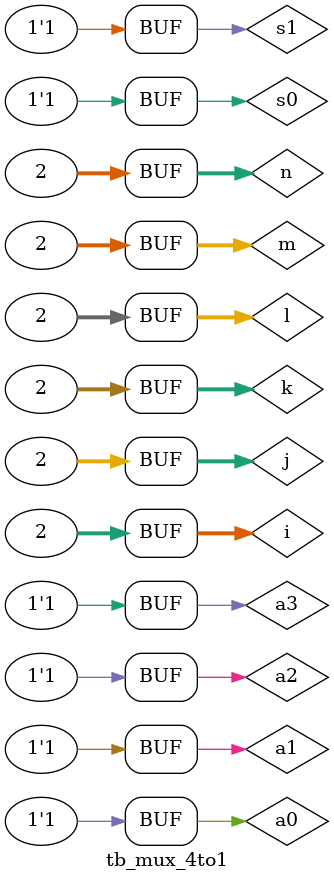
<source format=v>
module mux_4to1 (out, a0, a1, a2, a3, s0, s1);
input a0, a1, a2, a3, s0, s1;
output out;

assign out = s0 ? (s1 ? a3 : a2) : (s1 ? a1 : a0);

endmodule


//Testbench
module tb_mux_4to1 ();
reg a0, a1, a2, a3, s0, s1;
wire out;

integer i, j, k, l, m, n;
mux_4to1 uut (.out(out), .a0(a0), .a1(a1), .a2(a2), .a3(a3), .s0(s0), .s1(s1));

initial begin
$monitor("a0 = %d	a1 = %d	a2 = %d	a3 = %d		s0 = %d	s1 = %d		out = %d ", a0, a1, a2, a3, s0, s1, out);

for(i=0; i<2; i=i+1) begin
	a0 <= i;
	for(j=0; j<2; j=j+1) begin
		a1 <= j;
		for(k=0; k<2; k=k+1) begin
			a2 <= k;
			for(l=0; l<2; l=l+1) begin
				a3 <= l;
				for(m=0; m<2; m=m+1) begin
					s0 <= m;
					for(n=0; n<2; n=n+1) begin
						s1 <= n;
						#(1);
					end
				end
			end
		end
	end
end

end
endmodule
</source>
